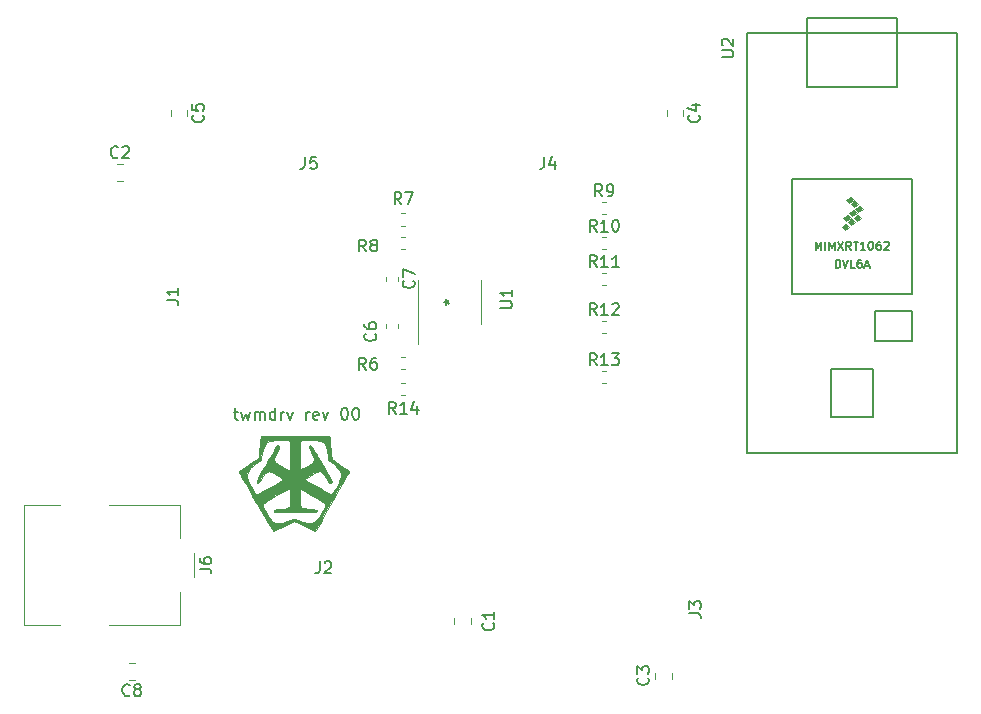
<source format=gto>
G04 #@! TF.GenerationSoftware,KiCad,Pcbnew,5.1.6-c6e7f7d~87~ubuntu19.10.1*
G04 #@! TF.CreationDate,2023-03-13T14:52:07-06:00*
G04 #@! TF.ProjectId,twm,74776d2e-6b69-4636-9164-5f7063625858,rev?*
G04 #@! TF.SameCoordinates,Original*
G04 #@! TF.FileFunction,Legend,Top*
G04 #@! TF.FilePolarity,Positive*
%FSLAX46Y46*%
G04 Gerber Fmt 4.6, Leading zero omitted, Abs format (unit mm)*
G04 Created by KiCad (PCBNEW 5.1.6-c6e7f7d~87~ubuntu19.10.1) date 2023-03-13 14:52:07*
%MOMM*%
%LPD*%
G01*
G04 APERTURE LIST*
%ADD10C,0.150000*%
%ADD11C,0.010000*%
%ADD12C,0.120000*%
%ADD13C,0.100000*%
%ADD14C,6.500000*%
%ADD15C,1.700000*%
%ADD16C,3.100000*%
%ADD17R,1.700000X1.700000*%
%ADD18O,0.549999X1.500000*%
%ADD19C,3.600000*%
%ADD20C,3.400000*%
%ADD21R,4.100000X4.100000*%
G04 APERTURE END LIST*
D10*
X111642857Y-87285714D02*
X112023809Y-87285714D01*
X111785714Y-86952380D02*
X111785714Y-87809523D01*
X111833333Y-87904761D01*
X111928571Y-87952380D01*
X112023809Y-87952380D01*
X112261904Y-87285714D02*
X112452380Y-87952380D01*
X112642857Y-87476190D01*
X112833333Y-87952380D01*
X113023809Y-87285714D01*
X113404761Y-87952380D02*
X113404761Y-87285714D01*
X113404761Y-87380952D02*
X113452380Y-87333333D01*
X113547619Y-87285714D01*
X113690476Y-87285714D01*
X113785714Y-87333333D01*
X113833333Y-87428571D01*
X113833333Y-87952380D01*
X113833333Y-87428571D02*
X113880952Y-87333333D01*
X113976190Y-87285714D01*
X114119047Y-87285714D01*
X114214285Y-87333333D01*
X114261904Y-87428571D01*
X114261904Y-87952380D01*
X115166666Y-87952380D02*
X115166666Y-86952380D01*
X115166666Y-87904761D02*
X115071428Y-87952380D01*
X114880952Y-87952380D01*
X114785714Y-87904761D01*
X114738095Y-87857142D01*
X114690476Y-87761904D01*
X114690476Y-87476190D01*
X114738095Y-87380952D01*
X114785714Y-87333333D01*
X114880952Y-87285714D01*
X115071428Y-87285714D01*
X115166666Y-87333333D01*
X115642857Y-87952380D02*
X115642857Y-87285714D01*
X115642857Y-87476190D02*
X115690476Y-87380952D01*
X115738095Y-87333333D01*
X115833333Y-87285714D01*
X115928571Y-87285714D01*
X116166666Y-87285714D02*
X116404761Y-87952380D01*
X116642857Y-87285714D01*
X117785714Y-87952380D02*
X117785714Y-87285714D01*
X117785714Y-87476190D02*
X117833333Y-87380952D01*
X117880952Y-87333333D01*
X117976190Y-87285714D01*
X118071428Y-87285714D01*
X118785714Y-87904761D02*
X118690476Y-87952380D01*
X118500000Y-87952380D01*
X118404761Y-87904761D01*
X118357142Y-87809523D01*
X118357142Y-87428571D01*
X118404761Y-87333333D01*
X118500000Y-87285714D01*
X118690476Y-87285714D01*
X118785714Y-87333333D01*
X118833333Y-87428571D01*
X118833333Y-87523809D01*
X118357142Y-87619047D01*
X119166666Y-87285714D02*
X119404761Y-87952380D01*
X119642857Y-87285714D01*
X120976190Y-86952380D02*
X121071428Y-86952380D01*
X121166666Y-87000000D01*
X121214285Y-87047619D01*
X121261904Y-87142857D01*
X121309523Y-87333333D01*
X121309523Y-87571428D01*
X121261904Y-87761904D01*
X121214285Y-87857142D01*
X121166666Y-87904761D01*
X121071428Y-87952380D01*
X120976190Y-87952380D01*
X120880952Y-87904761D01*
X120833333Y-87857142D01*
X120785714Y-87761904D01*
X120738095Y-87571428D01*
X120738095Y-87333333D01*
X120785714Y-87142857D01*
X120833333Y-87047619D01*
X120880952Y-87000000D01*
X120976190Y-86952380D01*
X121928571Y-86952380D02*
X122023809Y-86952380D01*
X122119047Y-87000000D01*
X122166666Y-87047619D01*
X122214285Y-87142857D01*
X122261904Y-87333333D01*
X122261904Y-87571428D01*
X122214285Y-87761904D01*
X122166666Y-87857142D01*
X122119047Y-87904761D01*
X122023809Y-87952380D01*
X121928571Y-87952380D01*
X121833333Y-87904761D01*
X121785714Y-87857142D01*
X121738095Y-87761904D01*
X121690476Y-87571428D01*
X121690476Y-87333333D01*
X121738095Y-87142857D01*
X121785714Y-87047619D01*
X121833333Y-87000000D01*
X121928571Y-86952380D01*
D11*
G36*
X119757409Y-89483624D02*
G01*
X119777880Y-89630573D01*
X119801741Y-89858902D01*
X119824332Y-90123245D01*
X119827546Y-90166250D01*
X119850656Y-90457038D01*
X119876440Y-90743075D01*
X119899552Y-90965294D01*
X119900834Y-90976122D01*
X119936985Y-91277995D01*
X120645367Y-91763914D01*
X120909883Y-91946035D01*
X121137506Y-92104024D01*
X121307224Y-92223204D01*
X121398027Y-92288896D01*
X121405653Y-92294995D01*
X121382263Y-92353904D01*
X121303149Y-92509568D01*
X121175837Y-92748613D01*
X121007852Y-93057664D01*
X120806720Y-93423347D01*
X120579966Y-93832286D01*
X120335116Y-94271109D01*
X120079695Y-94726439D01*
X119821228Y-95184902D01*
X119567241Y-95633124D01*
X119325259Y-96057731D01*
X119102808Y-96445347D01*
X118907412Y-96782598D01*
X118746598Y-97056110D01*
X118627891Y-97252507D01*
X118558816Y-97358417D01*
X118551268Y-97367969D01*
X118489159Y-97351368D01*
X118332800Y-97288361D01*
X118102360Y-97187650D01*
X117818011Y-97057937D01*
X117645272Y-96977068D01*
X116762067Y-96559947D01*
X115896994Y-96966723D01*
X115592198Y-97108627D01*
X115328222Y-97228848D01*
X115126247Y-97317948D01*
X115007453Y-97366490D01*
X114986085Y-97372612D01*
X114940104Y-97320199D01*
X114843549Y-97176270D01*
X114708427Y-96959819D01*
X114546745Y-96689841D01*
X114454213Y-96531237D01*
X113978758Y-95708655D01*
X113670876Y-95175326D01*
X114083000Y-95175326D01*
X114116697Y-95292353D01*
X114206054Y-95482829D01*
X114333464Y-95716464D01*
X114481322Y-95962970D01*
X114632024Y-96192057D01*
X114767965Y-96373436D01*
X114802508Y-96413221D01*
X115004857Y-96577044D01*
X115248646Y-96694638D01*
X115452599Y-96736014D01*
X115585663Y-96719758D01*
X115786159Y-96675350D01*
X115928849Y-96636245D01*
X116173585Y-96554344D01*
X116409621Y-96460591D01*
X116506850Y-96415267D01*
X116638901Y-96352421D01*
X116740465Y-96331015D01*
X116855905Y-96354097D01*
X117029580Y-96424718D01*
X117100683Y-96456077D01*
X117516115Y-96617519D01*
X117867176Y-96696794D01*
X118169974Y-96687320D01*
X118440616Y-96582513D01*
X118695209Y-96375791D01*
X118949860Y-96060572D01*
X119220677Y-95630273D01*
X119251249Y-95577198D01*
X119345766Y-95382348D01*
X119399889Y-95211754D01*
X119405223Y-95138737D01*
X119363849Y-95067348D01*
X119250498Y-94966715D01*
X119054953Y-94829690D01*
X118766998Y-94649121D01*
X118376419Y-94417860D01*
X118369250Y-94413691D01*
X118045231Y-94226614D01*
X117758725Y-94063634D01*
X117527833Y-93934850D01*
X117370660Y-93850363D01*
X117305625Y-93820277D01*
X117286764Y-93878415D01*
X117271435Y-94038434D01*
X117261301Y-94275225D01*
X117258000Y-94537908D01*
X117261187Y-94893577D01*
X117282321Y-95142970D01*
X117338760Y-95306808D01*
X117447860Y-95405814D01*
X117626980Y-95460710D01*
X117893476Y-95492217D01*
X118068884Y-95505976D01*
X118346774Y-95529860D01*
X118520966Y-95554839D01*
X118614652Y-95587327D01*
X118651023Y-95633741D01*
X118655000Y-95668110D01*
X118649259Y-95702422D01*
X118622920Y-95729351D01*
X118562306Y-95749789D01*
X118453744Y-95764627D01*
X118283556Y-95774755D01*
X118038068Y-95781065D01*
X117703604Y-95784447D01*
X117266488Y-95785792D01*
X116845250Y-95786000D01*
X116318499Y-95785622D01*
X115905074Y-95783899D01*
X115591301Y-95779939D01*
X115363508Y-95772856D01*
X115208020Y-95761759D01*
X115111164Y-95745761D01*
X115059267Y-95723972D01*
X115038655Y-95695504D01*
X115035500Y-95668367D01*
X115050844Y-95609705D01*
X115112817Y-95569671D01*
X115245328Y-95541272D01*
X115472287Y-95517514D01*
X115580933Y-95508810D01*
X115898139Y-95481014D01*
X116126129Y-95441299D01*
X116278960Y-95370661D01*
X116370690Y-95250095D01*
X116415377Y-95060598D01*
X116427077Y-94783164D01*
X116419850Y-94398789D01*
X116419220Y-94375542D01*
X116400750Y-93695334D01*
X115241875Y-94365198D01*
X114844249Y-94597184D01*
X114545470Y-94777351D01*
X114332831Y-94914582D01*
X114193624Y-95017761D01*
X114115144Y-95095771D01*
X114084681Y-95157494D01*
X114083000Y-95175326D01*
X113670876Y-95175326D01*
X113564135Y-94990425D01*
X113207266Y-94371147D01*
X112905075Y-93845422D01*
X112654486Y-93407853D01*
X112452424Y-93053039D01*
X112295811Y-92775584D01*
X112235227Y-92666602D01*
X112779911Y-92666602D01*
X112790020Y-92810277D01*
X112853465Y-93036436D01*
X112959022Y-93298937D01*
X113092171Y-93572216D01*
X113238394Y-93830708D01*
X113383170Y-94048849D01*
X113511981Y-94201075D01*
X113610305Y-94261821D01*
X113614545Y-94262000D01*
X113700452Y-94231369D01*
X113876927Y-94146063D01*
X114125169Y-94015958D01*
X114426377Y-93850930D01*
X114761747Y-93660856D01*
X114790694Y-93644168D01*
X115120600Y-93452081D01*
X115409133Y-93280928D01*
X115639551Y-93140902D01*
X115795114Y-93042195D01*
X115859081Y-92994998D01*
X115859807Y-92993293D01*
X115806625Y-92943037D01*
X115667360Y-92851716D01*
X115469769Y-92734568D01*
X115241609Y-92606831D01*
X115010636Y-92483740D01*
X114804607Y-92380532D01*
X114651278Y-92312445D01*
X114585007Y-92293500D01*
X114456071Y-92337495D01*
X114305131Y-92475615D01*
X114123615Y-92717063D01*
X113978703Y-92944375D01*
X113850542Y-93148745D01*
X113763606Y-93260635D01*
X113695610Y-93297542D01*
X113624271Y-93276964D01*
X113585009Y-93253529D01*
X113569078Y-93208721D01*
X113595029Y-93110835D01*
X113668518Y-92948159D01*
X113795202Y-92708981D01*
X113980737Y-92381587D01*
X114128853Y-92127377D01*
X114346412Y-91754901D01*
X114562487Y-91381940D01*
X114760790Y-91036826D01*
X114925033Y-90747890D01*
X115028104Y-90563237D01*
X115160931Y-90328056D01*
X115253367Y-90188081D01*
X115322183Y-90125110D01*
X115384147Y-90120939D01*
X115420888Y-90136848D01*
X115476758Y-90175137D01*
X115494849Y-90228878D01*
X115469111Y-90323177D01*
X115393492Y-90483138D01*
X115289502Y-90681884D01*
X115138037Y-90989982D01*
X115058592Y-91215680D01*
X115047875Y-91378840D01*
X115102596Y-91499323D01*
X115146624Y-91543992D01*
X115238025Y-91608748D01*
X115403292Y-91714127D01*
X115615001Y-91843863D01*
X115845726Y-91981691D01*
X116068040Y-92111346D01*
X116254518Y-92216563D01*
X116377734Y-92281076D01*
X116410420Y-92293500D01*
X116418443Y-92233177D01*
X116423712Y-92064867D01*
X116426078Y-91807556D01*
X116425393Y-91480228D01*
X116421509Y-91101870D01*
X116420326Y-91021083D01*
X116419326Y-90967775D01*
X117258000Y-90967775D01*
X117260014Y-91342197D01*
X117265621Y-91668832D01*
X117274167Y-91928113D01*
X117284997Y-92100475D01*
X117297457Y-92166352D01*
X117298089Y-92166500D01*
X117366704Y-92136822D01*
X117519936Y-92056756D01*
X117732609Y-91939749D01*
X117901339Y-91844227D01*
X118182483Y-91676245D01*
X118362997Y-91536316D01*
X118450113Y-91397290D01*
X118451064Y-91232016D01*
X118373084Y-91013343D01*
X118223406Y-90714119D01*
X118209470Y-90687631D01*
X118088169Y-90453089D01*
X118021657Y-90305089D01*
X118003806Y-90218736D01*
X118028484Y-90169138D01*
X118074471Y-90139332D01*
X118124285Y-90125712D01*
X118178834Y-90148787D01*
X118248608Y-90222661D01*
X118344097Y-90361440D01*
X118475794Y-90579229D01*
X118654187Y-90890135D01*
X118721764Y-91009671D01*
X118934043Y-91383310D01*
X119160375Y-91777260D01*
X119378416Y-92152907D01*
X119565825Y-92471636D01*
X119626951Y-92574115D01*
X119787767Y-92844962D01*
X119889571Y-93028626D01*
X119939962Y-93146056D01*
X119946538Y-93218198D01*
X119916896Y-93266000D01*
X119886746Y-93290357D01*
X119805521Y-93333281D01*
X119740762Y-93302901D01*
X119660366Y-93180201D01*
X119640434Y-93144447D01*
X119491233Y-92899022D01*
X119323512Y-92661442D01*
X119162448Y-92464605D01*
X119033217Y-92341405D01*
X119018051Y-92331258D01*
X118909735Y-92317948D01*
X118729016Y-92371868D01*
X118468448Y-92496378D01*
X118120587Y-92694835D01*
X117867971Y-92850114D01*
X117620692Y-93005149D01*
X118121971Y-93292773D01*
X118411900Y-93460213D01*
X118752303Y-93658423D01*
X119084525Y-93853206D01*
X119194750Y-93918223D01*
X119442541Y-94059404D01*
X119657590Y-94172241D01*
X119811951Y-94242605D01*
X119868936Y-94259024D01*
X119963505Y-94211579D01*
X120082251Y-94088428D01*
X120131300Y-94020711D01*
X120352037Y-93651315D01*
X120538396Y-93270918D01*
X120668145Y-92926201D01*
X120690083Y-92847309D01*
X120728728Y-92641733D01*
X120714063Y-92484051D01*
X120652846Y-92329153D01*
X120558465Y-92184129D01*
X120406777Y-92005512D01*
X120224606Y-91818990D01*
X120038777Y-91650252D01*
X119876114Y-91524985D01*
X119763443Y-91468875D01*
X119753574Y-91468000D01*
X119674535Y-91438455D01*
X119666678Y-91420375D01*
X119660883Y-91336237D01*
X119650111Y-91164730D01*
X119638532Y-90973578D01*
X119576413Y-90559313D01*
X119449009Y-90207573D01*
X119266190Y-89938680D01*
X119060594Y-89783415D01*
X118884285Y-89726208D01*
X118633007Y-89680173D01*
X118338758Y-89647046D01*
X118033535Y-89628564D01*
X117749336Y-89626464D01*
X117518159Y-89642481D01*
X117372002Y-89678352D01*
X117352381Y-89690720D01*
X117318351Y-89739722D01*
X117293278Y-89833200D01*
X117275934Y-89987763D01*
X117265091Y-90220017D01*
X117259522Y-90546569D01*
X117258000Y-90967775D01*
X116419326Y-90967775D01*
X116411929Y-90573871D01*
X116401465Y-90237836D01*
X116387575Y-89997155D01*
X116368901Y-89836007D01*
X116344083Y-89738571D01*
X116311763Y-89689023D01*
X116305500Y-89684276D01*
X116184001Y-89650351D01*
X115969704Y-89634196D01*
X115695298Y-89634027D01*
X115393471Y-89648062D01*
X115096910Y-89674518D01*
X114838304Y-89711613D01*
X114650341Y-89757563D01*
X114604066Y-89777064D01*
X114410463Y-89917140D01*
X114257827Y-90121419D01*
X114138879Y-90406308D01*
X114046338Y-90788210D01*
X113987494Y-91166375D01*
X113953860Y-91352826D01*
X113905054Y-91443080D01*
X113823583Y-91467915D01*
X113816080Y-91468000D01*
X113704108Y-91507630D01*
X113534891Y-91611797D01*
X113344055Y-91758416D01*
X113334490Y-91766546D01*
X113038115Y-92069160D01*
X112851326Y-92372877D01*
X112779911Y-92666602D01*
X112235227Y-92666602D01*
X112181572Y-92570087D01*
X112106632Y-92431151D01*
X112067913Y-92353376D01*
X112061150Y-92331347D01*
X112117935Y-92291469D01*
X112260866Y-92191588D01*
X112471892Y-92044307D01*
X112732959Y-91862226D01*
X112915711Y-91734824D01*
X113748673Y-91154236D01*
X113787205Y-90787243D01*
X113810811Y-90543454D01*
X113838109Y-90233309D01*
X113863826Y-89917134D01*
X113867851Y-89864624D01*
X113909964Y-89308999D01*
X119724409Y-89308999D01*
X119757409Y-89483624D01*
G37*
X119757409Y-89483624D02*
X119777880Y-89630573D01*
X119801741Y-89858902D01*
X119824332Y-90123245D01*
X119827546Y-90166250D01*
X119850656Y-90457038D01*
X119876440Y-90743075D01*
X119899552Y-90965294D01*
X119900834Y-90976122D01*
X119936985Y-91277995D01*
X120645367Y-91763914D01*
X120909883Y-91946035D01*
X121137506Y-92104024D01*
X121307224Y-92223204D01*
X121398027Y-92288896D01*
X121405653Y-92294995D01*
X121382263Y-92353904D01*
X121303149Y-92509568D01*
X121175837Y-92748613D01*
X121007852Y-93057664D01*
X120806720Y-93423347D01*
X120579966Y-93832286D01*
X120335116Y-94271109D01*
X120079695Y-94726439D01*
X119821228Y-95184902D01*
X119567241Y-95633124D01*
X119325259Y-96057731D01*
X119102808Y-96445347D01*
X118907412Y-96782598D01*
X118746598Y-97056110D01*
X118627891Y-97252507D01*
X118558816Y-97358417D01*
X118551268Y-97367969D01*
X118489159Y-97351368D01*
X118332800Y-97288361D01*
X118102360Y-97187650D01*
X117818011Y-97057937D01*
X117645272Y-96977068D01*
X116762067Y-96559947D01*
X115896994Y-96966723D01*
X115592198Y-97108627D01*
X115328222Y-97228848D01*
X115126247Y-97317948D01*
X115007453Y-97366490D01*
X114986085Y-97372612D01*
X114940104Y-97320199D01*
X114843549Y-97176270D01*
X114708427Y-96959819D01*
X114546745Y-96689841D01*
X114454213Y-96531237D01*
X113978758Y-95708655D01*
X113670876Y-95175326D01*
X114083000Y-95175326D01*
X114116697Y-95292353D01*
X114206054Y-95482829D01*
X114333464Y-95716464D01*
X114481322Y-95962970D01*
X114632024Y-96192057D01*
X114767965Y-96373436D01*
X114802508Y-96413221D01*
X115004857Y-96577044D01*
X115248646Y-96694638D01*
X115452599Y-96736014D01*
X115585663Y-96719758D01*
X115786159Y-96675350D01*
X115928849Y-96636245D01*
X116173585Y-96554344D01*
X116409621Y-96460591D01*
X116506850Y-96415267D01*
X116638901Y-96352421D01*
X116740465Y-96331015D01*
X116855905Y-96354097D01*
X117029580Y-96424718D01*
X117100683Y-96456077D01*
X117516115Y-96617519D01*
X117867176Y-96696794D01*
X118169974Y-96687320D01*
X118440616Y-96582513D01*
X118695209Y-96375791D01*
X118949860Y-96060572D01*
X119220677Y-95630273D01*
X119251249Y-95577198D01*
X119345766Y-95382348D01*
X119399889Y-95211754D01*
X119405223Y-95138737D01*
X119363849Y-95067348D01*
X119250498Y-94966715D01*
X119054953Y-94829690D01*
X118766998Y-94649121D01*
X118376419Y-94417860D01*
X118369250Y-94413691D01*
X118045231Y-94226614D01*
X117758725Y-94063634D01*
X117527833Y-93934850D01*
X117370660Y-93850363D01*
X117305625Y-93820277D01*
X117286764Y-93878415D01*
X117271435Y-94038434D01*
X117261301Y-94275225D01*
X117258000Y-94537908D01*
X117261187Y-94893577D01*
X117282321Y-95142970D01*
X117338760Y-95306808D01*
X117447860Y-95405814D01*
X117626980Y-95460710D01*
X117893476Y-95492217D01*
X118068884Y-95505976D01*
X118346774Y-95529860D01*
X118520966Y-95554839D01*
X118614652Y-95587327D01*
X118651023Y-95633741D01*
X118655000Y-95668110D01*
X118649259Y-95702422D01*
X118622920Y-95729351D01*
X118562306Y-95749789D01*
X118453744Y-95764627D01*
X118283556Y-95774755D01*
X118038068Y-95781065D01*
X117703604Y-95784447D01*
X117266488Y-95785792D01*
X116845250Y-95786000D01*
X116318499Y-95785622D01*
X115905074Y-95783899D01*
X115591301Y-95779939D01*
X115363508Y-95772856D01*
X115208020Y-95761759D01*
X115111164Y-95745761D01*
X115059267Y-95723972D01*
X115038655Y-95695504D01*
X115035500Y-95668367D01*
X115050844Y-95609705D01*
X115112817Y-95569671D01*
X115245328Y-95541272D01*
X115472287Y-95517514D01*
X115580933Y-95508810D01*
X115898139Y-95481014D01*
X116126129Y-95441299D01*
X116278960Y-95370661D01*
X116370690Y-95250095D01*
X116415377Y-95060598D01*
X116427077Y-94783164D01*
X116419850Y-94398789D01*
X116419220Y-94375542D01*
X116400750Y-93695334D01*
X115241875Y-94365198D01*
X114844249Y-94597184D01*
X114545470Y-94777351D01*
X114332831Y-94914582D01*
X114193624Y-95017761D01*
X114115144Y-95095771D01*
X114084681Y-95157494D01*
X114083000Y-95175326D01*
X113670876Y-95175326D01*
X113564135Y-94990425D01*
X113207266Y-94371147D01*
X112905075Y-93845422D01*
X112654486Y-93407853D01*
X112452424Y-93053039D01*
X112295811Y-92775584D01*
X112235227Y-92666602D01*
X112779911Y-92666602D01*
X112790020Y-92810277D01*
X112853465Y-93036436D01*
X112959022Y-93298937D01*
X113092171Y-93572216D01*
X113238394Y-93830708D01*
X113383170Y-94048849D01*
X113511981Y-94201075D01*
X113610305Y-94261821D01*
X113614545Y-94262000D01*
X113700452Y-94231369D01*
X113876927Y-94146063D01*
X114125169Y-94015958D01*
X114426377Y-93850930D01*
X114761747Y-93660856D01*
X114790694Y-93644168D01*
X115120600Y-93452081D01*
X115409133Y-93280928D01*
X115639551Y-93140902D01*
X115795114Y-93042195D01*
X115859081Y-92994998D01*
X115859807Y-92993293D01*
X115806625Y-92943037D01*
X115667360Y-92851716D01*
X115469769Y-92734568D01*
X115241609Y-92606831D01*
X115010636Y-92483740D01*
X114804607Y-92380532D01*
X114651278Y-92312445D01*
X114585007Y-92293500D01*
X114456071Y-92337495D01*
X114305131Y-92475615D01*
X114123615Y-92717063D01*
X113978703Y-92944375D01*
X113850542Y-93148745D01*
X113763606Y-93260635D01*
X113695610Y-93297542D01*
X113624271Y-93276964D01*
X113585009Y-93253529D01*
X113569078Y-93208721D01*
X113595029Y-93110835D01*
X113668518Y-92948159D01*
X113795202Y-92708981D01*
X113980737Y-92381587D01*
X114128853Y-92127377D01*
X114346412Y-91754901D01*
X114562487Y-91381940D01*
X114760790Y-91036826D01*
X114925033Y-90747890D01*
X115028104Y-90563237D01*
X115160931Y-90328056D01*
X115253367Y-90188081D01*
X115322183Y-90125110D01*
X115384147Y-90120939D01*
X115420888Y-90136848D01*
X115476758Y-90175137D01*
X115494849Y-90228878D01*
X115469111Y-90323177D01*
X115393492Y-90483138D01*
X115289502Y-90681884D01*
X115138037Y-90989982D01*
X115058592Y-91215680D01*
X115047875Y-91378840D01*
X115102596Y-91499323D01*
X115146624Y-91543992D01*
X115238025Y-91608748D01*
X115403292Y-91714127D01*
X115615001Y-91843863D01*
X115845726Y-91981691D01*
X116068040Y-92111346D01*
X116254518Y-92216563D01*
X116377734Y-92281076D01*
X116410420Y-92293500D01*
X116418443Y-92233177D01*
X116423712Y-92064867D01*
X116426078Y-91807556D01*
X116425393Y-91480228D01*
X116421509Y-91101870D01*
X116420326Y-91021083D01*
X116419326Y-90967775D01*
X117258000Y-90967775D01*
X117260014Y-91342197D01*
X117265621Y-91668832D01*
X117274167Y-91928113D01*
X117284997Y-92100475D01*
X117297457Y-92166352D01*
X117298089Y-92166500D01*
X117366704Y-92136822D01*
X117519936Y-92056756D01*
X117732609Y-91939749D01*
X117901339Y-91844227D01*
X118182483Y-91676245D01*
X118362997Y-91536316D01*
X118450113Y-91397290D01*
X118451064Y-91232016D01*
X118373084Y-91013343D01*
X118223406Y-90714119D01*
X118209470Y-90687631D01*
X118088169Y-90453089D01*
X118021657Y-90305089D01*
X118003806Y-90218736D01*
X118028484Y-90169138D01*
X118074471Y-90139332D01*
X118124285Y-90125712D01*
X118178834Y-90148787D01*
X118248608Y-90222661D01*
X118344097Y-90361440D01*
X118475794Y-90579229D01*
X118654187Y-90890135D01*
X118721764Y-91009671D01*
X118934043Y-91383310D01*
X119160375Y-91777260D01*
X119378416Y-92152907D01*
X119565825Y-92471636D01*
X119626951Y-92574115D01*
X119787767Y-92844962D01*
X119889571Y-93028626D01*
X119939962Y-93146056D01*
X119946538Y-93218198D01*
X119916896Y-93266000D01*
X119886746Y-93290357D01*
X119805521Y-93333281D01*
X119740762Y-93302901D01*
X119660366Y-93180201D01*
X119640434Y-93144447D01*
X119491233Y-92899022D01*
X119323512Y-92661442D01*
X119162448Y-92464605D01*
X119033217Y-92341405D01*
X119018051Y-92331258D01*
X118909735Y-92317948D01*
X118729016Y-92371868D01*
X118468448Y-92496378D01*
X118120587Y-92694835D01*
X117867971Y-92850114D01*
X117620692Y-93005149D01*
X118121971Y-93292773D01*
X118411900Y-93460213D01*
X118752303Y-93658423D01*
X119084525Y-93853206D01*
X119194750Y-93918223D01*
X119442541Y-94059404D01*
X119657590Y-94172241D01*
X119811951Y-94242605D01*
X119868936Y-94259024D01*
X119963505Y-94211579D01*
X120082251Y-94088428D01*
X120131300Y-94020711D01*
X120352037Y-93651315D01*
X120538396Y-93270918D01*
X120668145Y-92926201D01*
X120690083Y-92847309D01*
X120728728Y-92641733D01*
X120714063Y-92484051D01*
X120652846Y-92329153D01*
X120558465Y-92184129D01*
X120406777Y-92005512D01*
X120224606Y-91818990D01*
X120038777Y-91650252D01*
X119876114Y-91524985D01*
X119763443Y-91468875D01*
X119753574Y-91468000D01*
X119674535Y-91438455D01*
X119666678Y-91420375D01*
X119660883Y-91336237D01*
X119650111Y-91164730D01*
X119638532Y-90973578D01*
X119576413Y-90559313D01*
X119449009Y-90207573D01*
X119266190Y-89938680D01*
X119060594Y-89783415D01*
X118884285Y-89726208D01*
X118633007Y-89680173D01*
X118338758Y-89647046D01*
X118033535Y-89628564D01*
X117749336Y-89626464D01*
X117518159Y-89642481D01*
X117372002Y-89678352D01*
X117352381Y-89690720D01*
X117318351Y-89739722D01*
X117293278Y-89833200D01*
X117275934Y-89987763D01*
X117265091Y-90220017D01*
X117259522Y-90546569D01*
X117258000Y-90967775D01*
X116419326Y-90967775D01*
X116411929Y-90573871D01*
X116401465Y-90237836D01*
X116387575Y-89997155D01*
X116368901Y-89836007D01*
X116344083Y-89738571D01*
X116311763Y-89689023D01*
X116305500Y-89684276D01*
X116184001Y-89650351D01*
X115969704Y-89634196D01*
X115695298Y-89634027D01*
X115393471Y-89648062D01*
X115096910Y-89674518D01*
X114838304Y-89711613D01*
X114650341Y-89757563D01*
X114604066Y-89777064D01*
X114410463Y-89917140D01*
X114257827Y-90121419D01*
X114138879Y-90406308D01*
X114046338Y-90788210D01*
X113987494Y-91166375D01*
X113953860Y-91352826D01*
X113905054Y-91443080D01*
X113823583Y-91467915D01*
X113816080Y-91468000D01*
X113704108Y-91507630D01*
X113534891Y-91611797D01*
X113344055Y-91758416D01*
X113334490Y-91766546D01*
X113038115Y-92069160D01*
X112851326Y-92372877D01*
X112779911Y-92666602D01*
X112235227Y-92666602D01*
X112181572Y-92570087D01*
X112106632Y-92431151D01*
X112067913Y-92353376D01*
X112061150Y-92331347D01*
X112117935Y-92291469D01*
X112260866Y-92191588D01*
X112471892Y-92044307D01*
X112732959Y-91862226D01*
X112915711Y-91734824D01*
X113748673Y-91154236D01*
X113787205Y-90787243D01*
X113810811Y-90543454D01*
X113838109Y-90233309D01*
X113863826Y-89917134D01*
X113867851Y-89864624D01*
X113909964Y-89308999D01*
X119724409Y-89308999D01*
X119757409Y-89483624D01*
D12*
X103261252Y-109960000D02*
X102738748Y-109960000D01*
X103261252Y-108540000D02*
X102738748Y-108540000D01*
X107710000Y-61738748D02*
X107710000Y-62261252D01*
X106290000Y-61738748D02*
X106290000Y-62261252D01*
X149710000Y-61738748D02*
X149710000Y-62261252D01*
X148290000Y-61738748D02*
X148290000Y-62261252D01*
X147290000Y-109876252D02*
X147290000Y-109353748D01*
X148710000Y-109876252D02*
X148710000Y-109353748D01*
X101738748Y-66290000D02*
X102261252Y-66290000D01*
X101738748Y-67710000D02*
X102261252Y-67710000D01*
X130290000Y-105261252D02*
X130290000Y-104738748D01*
X131710000Y-105261252D02*
X131710000Y-104738748D01*
D13*
G36*
X163873000Y-69063000D02*
G01*
X164127000Y-69317000D01*
X163746000Y-69571000D01*
X163492000Y-69317000D01*
X163873000Y-69063000D01*
G37*
X163873000Y-69063000D02*
X164127000Y-69317000D01*
X163746000Y-69571000D01*
X163492000Y-69317000D01*
X163873000Y-69063000D01*
G36*
X164254000Y-69444000D02*
G01*
X164508000Y-69698000D01*
X164127000Y-69952000D01*
X163873000Y-69698000D01*
X164254000Y-69444000D01*
G37*
X164254000Y-69444000D02*
X164508000Y-69698000D01*
X164127000Y-69952000D01*
X163873000Y-69698000D01*
X164254000Y-69444000D01*
G36*
X163492000Y-71349000D02*
G01*
X163746000Y-71603000D01*
X163365000Y-71857000D01*
X163111000Y-71603000D01*
X163492000Y-71349000D01*
G37*
X163492000Y-71349000D02*
X163746000Y-71603000D01*
X163365000Y-71857000D01*
X163111000Y-71603000D01*
X163492000Y-71349000D01*
G36*
X164000000Y-70968000D02*
G01*
X164254000Y-71222000D01*
X163873000Y-71476000D01*
X163619000Y-71222000D01*
X164000000Y-70968000D01*
G37*
X164000000Y-70968000D02*
X164254000Y-71222000D01*
X163873000Y-71476000D01*
X163619000Y-71222000D01*
X164000000Y-70968000D01*
G36*
X164508000Y-70587000D02*
G01*
X164762000Y-70841000D01*
X164381000Y-71095000D01*
X164127000Y-70841000D01*
X164508000Y-70587000D01*
G37*
X164508000Y-70587000D02*
X164762000Y-70841000D01*
X164381000Y-71095000D01*
X164127000Y-70841000D01*
X164508000Y-70587000D01*
G36*
X163619000Y-70587000D02*
G01*
X163873000Y-70841000D01*
X163492000Y-71095000D01*
X163238000Y-70841000D01*
X163619000Y-70587000D01*
G37*
X163619000Y-70587000D02*
X163873000Y-70841000D01*
X163492000Y-71095000D01*
X163238000Y-70841000D01*
X163619000Y-70587000D01*
G36*
X164127000Y-70206000D02*
G01*
X164381000Y-70460000D01*
X164000000Y-70714000D01*
X163746000Y-70460000D01*
X164127000Y-70206000D01*
G37*
X164127000Y-70206000D02*
X164381000Y-70460000D01*
X164000000Y-70714000D01*
X163746000Y-70460000D01*
X164127000Y-70206000D01*
G36*
X164635000Y-69825000D02*
G01*
X164889000Y-70079000D01*
X164508000Y-70333000D01*
X164254000Y-70079000D01*
X164635000Y-69825000D01*
G37*
X164635000Y-69825000D02*
X164889000Y-70079000D01*
X164508000Y-70333000D01*
X164254000Y-70079000D01*
X164635000Y-69825000D01*
D10*
X165905000Y-78715000D02*
X169080000Y-78715000D01*
X165905000Y-81255000D02*
X165905000Y-78715000D01*
X169080000Y-81255000D02*
X165905000Y-81255000D01*
X169080000Y-78715000D02*
X169080000Y-81255000D01*
X155110000Y-55220000D02*
X172890000Y-55220000D01*
X155110000Y-90780000D02*
X155110000Y-55220000D01*
X172890000Y-90780000D02*
X155110000Y-90780000D01*
X172890000Y-55220000D02*
X172890000Y-90780000D01*
X158920000Y-77318000D02*
X158920000Y-67539000D01*
X169080000Y-77318000D02*
X169080000Y-67539000D01*
X169080000Y-67539000D02*
X158920000Y-67539000D01*
X158920000Y-77318000D02*
X169080000Y-77318000D01*
X165778000Y-83668000D02*
X165778000Y-87732000D01*
X162222000Y-83668000D02*
X165778000Y-83668000D01*
X162222000Y-87732000D02*
X162222000Y-83668000D01*
X165778000Y-87732000D02*
X162222000Y-87732000D01*
X160190000Y-59792000D02*
X160190000Y-55220000D01*
X167810000Y-59792000D02*
X167810000Y-55220000D01*
X160190000Y-59792000D02*
X167810000Y-59792000D01*
X167810000Y-53950000D02*
X167810000Y-55220000D01*
X160190000Y-53950000D02*
X167810000Y-53950000D01*
X160190000Y-55220000D02*
X160190000Y-53950000D01*
D12*
X127250000Y-81500001D02*
X127250000Y-76150001D01*
X132549997Y-79849999D02*
X132549997Y-76150001D01*
X126171267Y-85885000D02*
X125828733Y-85885000D01*
X126171267Y-84865000D02*
X125828733Y-84865000D01*
X142828733Y-83810000D02*
X143171267Y-83810000D01*
X142828733Y-84830000D02*
X143171267Y-84830000D01*
X142828733Y-79560000D02*
X143171267Y-79560000D01*
X142828733Y-80580000D02*
X143171267Y-80580000D01*
X142828733Y-75490000D02*
X143171267Y-75490000D01*
X142828733Y-76510000D02*
X143171267Y-76510000D01*
X142828733Y-72490000D02*
X143171267Y-72490000D01*
X142828733Y-73510000D02*
X143171267Y-73510000D01*
X142828733Y-69490000D02*
X143171267Y-69490000D01*
X142828733Y-70510000D02*
X143171267Y-70510000D01*
X126171267Y-73510000D02*
X125828733Y-73510000D01*
X126171267Y-72490000D02*
X125828733Y-72490000D01*
X126171267Y-71510000D02*
X125828733Y-71510000D01*
X126171267Y-70490000D02*
X125828733Y-70490000D01*
X126171267Y-83635000D02*
X125828733Y-83635000D01*
X126171267Y-82615000D02*
X125828733Y-82615000D01*
X101050000Y-95140000D02*
X107110000Y-95140000D01*
X107110000Y-95140000D02*
X107110000Y-97950000D01*
X107110000Y-102550000D02*
X107110000Y-105360000D01*
X107110000Y-105360000D02*
X101050000Y-105360000D01*
X96950000Y-105360000D02*
X93890000Y-105360000D01*
X93890000Y-105360000D02*
X93890000Y-95140000D01*
X93890000Y-95140000D02*
X96950000Y-95140000D01*
X108300000Y-99250000D02*
X108300000Y-101250000D01*
X125510000Y-75828733D02*
X125510000Y-76171267D01*
X124490000Y-75828733D02*
X124490000Y-76171267D01*
X124490000Y-80171267D02*
X124490000Y-79828733D01*
X125510000Y-80171267D02*
X125510000Y-79828733D01*
D10*
X102833333Y-111257142D02*
X102785714Y-111304761D01*
X102642857Y-111352380D01*
X102547619Y-111352380D01*
X102404761Y-111304761D01*
X102309523Y-111209523D01*
X102261904Y-111114285D01*
X102214285Y-110923809D01*
X102214285Y-110780952D01*
X102261904Y-110590476D01*
X102309523Y-110495238D01*
X102404761Y-110400000D01*
X102547619Y-110352380D01*
X102642857Y-110352380D01*
X102785714Y-110400000D01*
X102833333Y-110447619D01*
X103404761Y-110780952D02*
X103309523Y-110733333D01*
X103261904Y-110685714D01*
X103214285Y-110590476D01*
X103214285Y-110542857D01*
X103261904Y-110447619D01*
X103309523Y-110400000D01*
X103404761Y-110352380D01*
X103595238Y-110352380D01*
X103690476Y-110400000D01*
X103738095Y-110447619D01*
X103785714Y-110542857D01*
X103785714Y-110590476D01*
X103738095Y-110685714D01*
X103690476Y-110733333D01*
X103595238Y-110780952D01*
X103404761Y-110780952D01*
X103309523Y-110828571D01*
X103261904Y-110876190D01*
X103214285Y-110971428D01*
X103214285Y-111161904D01*
X103261904Y-111257142D01*
X103309523Y-111304761D01*
X103404761Y-111352380D01*
X103595238Y-111352380D01*
X103690476Y-111304761D01*
X103738095Y-111257142D01*
X103785714Y-111161904D01*
X103785714Y-110971428D01*
X103738095Y-110876190D01*
X103690476Y-110828571D01*
X103595238Y-110780952D01*
X109007142Y-62166666D02*
X109054761Y-62214285D01*
X109102380Y-62357142D01*
X109102380Y-62452380D01*
X109054761Y-62595238D01*
X108959523Y-62690476D01*
X108864285Y-62738095D01*
X108673809Y-62785714D01*
X108530952Y-62785714D01*
X108340476Y-62738095D01*
X108245238Y-62690476D01*
X108150000Y-62595238D01*
X108102380Y-62452380D01*
X108102380Y-62357142D01*
X108150000Y-62214285D01*
X108197619Y-62166666D01*
X108102380Y-61261904D02*
X108102380Y-61738095D01*
X108578571Y-61785714D01*
X108530952Y-61738095D01*
X108483333Y-61642857D01*
X108483333Y-61404761D01*
X108530952Y-61309523D01*
X108578571Y-61261904D01*
X108673809Y-61214285D01*
X108911904Y-61214285D01*
X109007142Y-61261904D01*
X109054761Y-61309523D01*
X109102380Y-61404761D01*
X109102380Y-61642857D01*
X109054761Y-61738095D01*
X109007142Y-61785714D01*
X151007142Y-62166666D02*
X151054761Y-62214285D01*
X151102380Y-62357142D01*
X151102380Y-62452380D01*
X151054761Y-62595238D01*
X150959523Y-62690476D01*
X150864285Y-62738095D01*
X150673809Y-62785714D01*
X150530952Y-62785714D01*
X150340476Y-62738095D01*
X150245238Y-62690476D01*
X150150000Y-62595238D01*
X150102380Y-62452380D01*
X150102380Y-62357142D01*
X150150000Y-62214285D01*
X150197619Y-62166666D01*
X150435714Y-61309523D02*
X151102380Y-61309523D01*
X150054761Y-61547619D02*
X150769047Y-61785714D01*
X150769047Y-61166666D01*
X146707142Y-109781666D02*
X146754761Y-109829285D01*
X146802380Y-109972142D01*
X146802380Y-110067380D01*
X146754761Y-110210238D01*
X146659523Y-110305476D01*
X146564285Y-110353095D01*
X146373809Y-110400714D01*
X146230952Y-110400714D01*
X146040476Y-110353095D01*
X145945238Y-110305476D01*
X145850000Y-110210238D01*
X145802380Y-110067380D01*
X145802380Y-109972142D01*
X145850000Y-109829285D01*
X145897619Y-109781666D01*
X145802380Y-109448333D02*
X145802380Y-108829285D01*
X146183333Y-109162619D01*
X146183333Y-109019761D01*
X146230952Y-108924523D01*
X146278571Y-108876904D01*
X146373809Y-108829285D01*
X146611904Y-108829285D01*
X146707142Y-108876904D01*
X146754761Y-108924523D01*
X146802380Y-109019761D01*
X146802380Y-109305476D01*
X146754761Y-109400714D01*
X146707142Y-109448333D01*
X101833333Y-65707142D02*
X101785714Y-65754761D01*
X101642857Y-65802380D01*
X101547619Y-65802380D01*
X101404761Y-65754761D01*
X101309523Y-65659523D01*
X101261904Y-65564285D01*
X101214285Y-65373809D01*
X101214285Y-65230952D01*
X101261904Y-65040476D01*
X101309523Y-64945238D01*
X101404761Y-64850000D01*
X101547619Y-64802380D01*
X101642857Y-64802380D01*
X101785714Y-64850000D01*
X101833333Y-64897619D01*
X102214285Y-64897619D02*
X102261904Y-64850000D01*
X102357142Y-64802380D01*
X102595238Y-64802380D01*
X102690476Y-64850000D01*
X102738095Y-64897619D01*
X102785714Y-64992857D01*
X102785714Y-65088095D01*
X102738095Y-65230952D01*
X102166666Y-65802380D01*
X102785714Y-65802380D01*
X133607142Y-105166666D02*
X133654761Y-105214285D01*
X133702380Y-105357142D01*
X133702380Y-105452380D01*
X133654761Y-105595238D01*
X133559523Y-105690476D01*
X133464285Y-105738095D01*
X133273809Y-105785714D01*
X133130952Y-105785714D01*
X132940476Y-105738095D01*
X132845238Y-105690476D01*
X132750000Y-105595238D01*
X132702380Y-105452380D01*
X132702380Y-105357142D01*
X132750000Y-105214285D01*
X132797619Y-105166666D01*
X133702380Y-104214285D02*
X133702380Y-104785714D01*
X133702380Y-104500000D02*
X132702380Y-104500000D01*
X132845238Y-104595238D01*
X132940476Y-104690476D01*
X132988095Y-104785714D01*
X117666666Y-65702380D02*
X117666666Y-66416666D01*
X117619047Y-66559523D01*
X117523809Y-66654761D01*
X117380952Y-66702380D01*
X117285714Y-66702380D01*
X118619047Y-65702380D02*
X118142857Y-65702380D01*
X118095238Y-66178571D01*
X118142857Y-66130952D01*
X118238095Y-66083333D01*
X118476190Y-66083333D01*
X118571428Y-66130952D01*
X118619047Y-66178571D01*
X118666666Y-66273809D01*
X118666666Y-66511904D01*
X118619047Y-66607142D01*
X118571428Y-66654761D01*
X118476190Y-66702380D01*
X118238095Y-66702380D01*
X118142857Y-66654761D01*
X118095238Y-66607142D01*
X137916666Y-65702380D02*
X137916666Y-66416666D01*
X137869047Y-66559523D01*
X137773809Y-66654761D01*
X137630952Y-66702380D01*
X137535714Y-66702380D01*
X138821428Y-66035714D02*
X138821428Y-66702380D01*
X138583333Y-65654761D02*
X138345238Y-66369047D01*
X138964285Y-66369047D01*
X150202380Y-104333333D02*
X150916666Y-104333333D01*
X151059523Y-104380952D01*
X151154761Y-104476190D01*
X151202380Y-104619047D01*
X151202380Y-104714285D01*
X150202380Y-103952380D02*
X150202380Y-103333333D01*
X150583333Y-103666666D01*
X150583333Y-103523809D01*
X150630952Y-103428571D01*
X150678571Y-103380952D01*
X150773809Y-103333333D01*
X151011904Y-103333333D01*
X151107142Y-103380952D01*
X151154761Y-103428571D01*
X151202380Y-103523809D01*
X151202380Y-103809523D01*
X151154761Y-103904761D01*
X151107142Y-103952380D01*
X118916666Y-99952380D02*
X118916666Y-100666666D01*
X118869047Y-100809523D01*
X118773809Y-100904761D01*
X118630952Y-100952380D01*
X118535714Y-100952380D01*
X119345238Y-100047619D02*
X119392857Y-100000000D01*
X119488095Y-99952380D01*
X119726190Y-99952380D01*
X119821428Y-100000000D01*
X119869047Y-100047619D01*
X119916666Y-100142857D01*
X119916666Y-100238095D01*
X119869047Y-100380952D01*
X119297619Y-100952380D01*
X119916666Y-100952380D01*
X105952380Y-77833333D02*
X106666666Y-77833333D01*
X106809523Y-77880952D01*
X106904761Y-77976190D01*
X106952380Y-78119047D01*
X106952380Y-78214285D01*
X106952380Y-76833333D02*
X106952380Y-77404761D01*
X106952380Y-77119047D02*
X105952380Y-77119047D01*
X106095238Y-77214285D01*
X106190476Y-77309523D01*
X106238095Y-77404761D01*
X152952380Y-57261904D02*
X153761904Y-57261904D01*
X153857142Y-57214285D01*
X153904761Y-57166666D01*
X153952380Y-57071428D01*
X153952380Y-56880952D01*
X153904761Y-56785714D01*
X153857142Y-56738095D01*
X153761904Y-56690476D01*
X152952380Y-56690476D01*
X153047619Y-56261904D02*
X153000000Y-56214285D01*
X152952380Y-56119047D01*
X152952380Y-55880952D01*
X153000000Y-55785714D01*
X153047619Y-55738095D01*
X153142857Y-55690476D01*
X153238095Y-55690476D01*
X153380952Y-55738095D01*
X153952380Y-56309523D01*
X153952380Y-55690476D01*
X160916666Y-73570666D02*
X160916666Y-72870666D01*
X161150000Y-73370666D01*
X161383333Y-72870666D01*
X161383333Y-73570666D01*
X161716666Y-73570666D02*
X161716666Y-72870666D01*
X162050000Y-73570666D02*
X162050000Y-72870666D01*
X162283333Y-73370666D01*
X162516666Y-72870666D01*
X162516666Y-73570666D01*
X162783333Y-72870666D02*
X163250000Y-73570666D01*
X163250000Y-72870666D02*
X162783333Y-73570666D01*
X163916666Y-73570666D02*
X163683333Y-73237333D01*
X163516666Y-73570666D02*
X163516666Y-72870666D01*
X163783333Y-72870666D01*
X163850000Y-72904000D01*
X163883333Y-72937333D01*
X163916666Y-73004000D01*
X163916666Y-73104000D01*
X163883333Y-73170666D01*
X163850000Y-73204000D01*
X163783333Y-73237333D01*
X163516666Y-73237333D01*
X164116666Y-72870666D02*
X164516666Y-72870666D01*
X164316666Y-73570666D02*
X164316666Y-72870666D01*
X165116666Y-73570666D02*
X164716666Y-73570666D01*
X164916666Y-73570666D02*
X164916666Y-72870666D01*
X164850000Y-72970666D01*
X164783333Y-73037333D01*
X164716666Y-73070666D01*
X165550000Y-72870666D02*
X165616666Y-72870666D01*
X165683333Y-72904000D01*
X165716666Y-72937333D01*
X165750000Y-73004000D01*
X165783333Y-73137333D01*
X165783333Y-73304000D01*
X165750000Y-73437333D01*
X165716666Y-73504000D01*
X165683333Y-73537333D01*
X165616666Y-73570666D01*
X165550000Y-73570666D01*
X165483333Y-73537333D01*
X165450000Y-73504000D01*
X165416666Y-73437333D01*
X165383333Y-73304000D01*
X165383333Y-73137333D01*
X165416666Y-73004000D01*
X165450000Y-72937333D01*
X165483333Y-72904000D01*
X165550000Y-72870666D01*
X166383333Y-72870666D02*
X166250000Y-72870666D01*
X166183333Y-72904000D01*
X166150000Y-72937333D01*
X166083333Y-73037333D01*
X166050000Y-73170666D01*
X166050000Y-73437333D01*
X166083333Y-73504000D01*
X166116666Y-73537333D01*
X166183333Y-73570666D01*
X166316666Y-73570666D01*
X166383333Y-73537333D01*
X166416666Y-73504000D01*
X166450000Y-73437333D01*
X166450000Y-73270666D01*
X166416666Y-73204000D01*
X166383333Y-73170666D01*
X166316666Y-73137333D01*
X166183333Y-73137333D01*
X166116666Y-73170666D01*
X166083333Y-73204000D01*
X166050000Y-73270666D01*
X166716666Y-72937333D02*
X166750000Y-72904000D01*
X166816666Y-72870666D01*
X166983333Y-72870666D01*
X167050000Y-72904000D01*
X167083333Y-72937333D01*
X167116666Y-73004000D01*
X167116666Y-73070666D01*
X167083333Y-73170666D01*
X166683333Y-73570666D01*
X167116666Y-73570666D01*
X162600000Y-75094666D02*
X162600000Y-74394666D01*
X162766666Y-74394666D01*
X162866666Y-74428000D01*
X162933333Y-74494666D01*
X162966666Y-74561333D01*
X163000000Y-74694666D01*
X163000000Y-74794666D01*
X162966666Y-74928000D01*
X162933333Y-74994666D01*
X162866666Y-75061333D01*
X162766666Y-75094666D01*
X162600000Y-75094666D01*
X163200000Y-74394666D02*
X163433333Y-75094666D01*
X163666666Y-74394666D01*
X164233333Y-75094666D02*
X163900000Y-75094666D01*
X163900000Y-74394666D01*
X164766666Y-74394666D02*
X164633333Y-74394666D01*
X164566666Y-74428000D01*
X164533333Y-74461333D01*
X164466666Y-74561333D01*
X164433333Y-74694666D01*
X164433333Y-74961333D01*
X164466666Y-75028000D01*
X164500000Y-75061333D01*
X164566666Y-75094666D01*
X164700000Y-75094666D01*
X164766666Y-75061333D01*
X164800000Y-75028000D01*
X164833333Y-74961333D01*
X164833333Y-74794666D01*
X164800000Y-74728000D01*
X164766666Y-74694666D01*
X164700000Y-74661333D01*
X164566666Y-74661333D01*
X164500000Y-74694666D01*
X164466666Y-74728000D01*
X164433333Y-74794666D01*
X165100000Y-74894666D02*
X165433333Y-74894666D01*
X165033333Y-75094666D02*
X165266666Y-74394666D01*
X165500000Y-75094666D01*
X134202380Y-78511904D02*
X135011904Y-78511904D01*
X135107142Y-78464285D01*
X135154761Y-78416666D01*
X135202380Y-78321428D01*
X135202380Y-78130952D01*
X135154761Y-78035714D01*
X135107142Y-77988095D01*
X135011904Y-77940476D01*
X134202380Y-77940476D01*
X135202380Y-76940476D02*
X135202380Y-77511904D01*
X135202380Y-77226190D02*
X134202380Y-77226190D01*
X134345238Y-77321428D01*
X134440476Y-77416666D01*
X134488095Y-77511904D01*
X129452380Y-78000000D02*
X129690476Y-78000000D01*
X129595238Y-78238095D02*
X129690476Y-78000000D01*
X129595238Y-77761904D01*
X129880952Y-78142857D02*
X129690476Y-78000000D01*
X129880952Y-77857142D01*
X125357142Y-87452380D02*
X125023809Y-86976190D01*
X124785714Y-87452380D02*
X124785714Y-86452380D01*
X125166666Y-86452380D01*
X125261904Y-86500000D01*
X125309523Y-86547619D01*
X125357142Y-86642857D01*
X125357142Y-86785714D01*
X125309523Y-86880952D01*
X125261904Y-86928571D01*
X125166666Y-86976190D01*
X124785714Y-86976190D01*
X126309523Y-87452380D02*
X125738095Y-87452380D01*
X126023809Y-87452380D02*
X126023809Y-86452380D01*
X125928571Y-86595238D01*
X125833333Y-86690476D01*
X125738095Y-86738095D01*
X127166666Y-86785714D02*
X127166666Y-87452380D01*
X126928571Y-86404761D02*
X126690476Y-87119047D01*
X127309523Y-87119047D01*
X142357142Y-83342380D02*
X142023809Y-82866190D01*
X141785714Y-83342380D02*
X141785714Y-82342380D01*
X142166666Y-82342380D01*
X142261904Y-82390000D01*
X142309523Y-82437619D01*
X142357142Y-82532857D01*
X142357142Y-82675714D01*
X142309523Y-82770952D01*
X142261904Y-82818571D01*
X142166666Y-82866190D01*
X141785714Y-82866190D01*
X143309523Y-83342380D02*
X142738095Y-83342380D01*
X143023809Y-83342380D02*
X143023809Y-82342380D01*
X142928571Y-82485238D01*
X142833333Y-82580476D01*
X142738095Y-82628095D01*
X143642857Y-82342380D02*
X144261904Y-82342380D01*
X143928571Y-82723333D01*
X144071428Y-82723333D01*
X144166666Y-82770952D01*
X144214285Y-82818571D01*
X144261904Y-82913809D01*
X144261904Y-83151904D01*
X144214285Y-83247142D01*
X144166666Y-83294761D01*
X144071428Y-83342380D01*
X143785714Y-83342380D01*
X143690476Y-83294761D01*
X143642857Y-83247142D01*
X142357142Y-79092380D02*
X142023809Y-78616190D01*
X141785714Y-79092380D02*
X141785714Y-78092380D01*
X142166666Y-78092380D01*
X142261904Y-78140000D01*
X142309523Y-78187619D01*
X142357142Y-78282857D01*
X142357142Y-78425714D01*
X142309523Y-78520952D01*
X142261904Y-78568571D01*
X142166666Y-78616190D01*
X141785714Y-78616190D01*
X143309523Y-79092380D02*
X142738095Y-79092380D01*
X143023809Y-79092380D02*
X143023809Y-78092380D01*
X142928571Y-78235238D01*
X142833333Y-78330476D01*
X142738095Y-78378095D01*
X143690476Y-78187619D02*
X143738095Y-78140000D01*
X143833333Y-78092380D01*
X144071428Y-78092380D01*
X144166666Y-78140000D01*
X144214285Y-78187619D01*
X144261904Y-78282857D01*
X144261904Y-78378095D01*
X144214285Y-78520952D01*
X143642857Y-79092380D01*
X144261904Y-79092380D01*
X142357142Y-75022380D02*
X142023809Y-74546190D01*
X141785714Y-75022380D02*
X141785714Y-74022380D01*
X142166666Y-74022380D01*
X142261904Y-74070000D01*
X142309523Y-74117619D01*
X142357142Y-74212857D01*
X142357142Y-74355714D01*
X142309523Y-74450952D01*
X142261904Y-74498571D01*
X142166666Y-74546190D01*
X141785714Y-74546190D01*
X143309523Y-75022380D02*
X142738095Y-75022380D01*
X143023809Y-75022380D02*
X143023809Y-74022380D01*
X142928571Y-74165238D01*
X142833333Y-74260476D01*
X142738095Y-74308095D01*
X144261904Y-75022380D02*
X143690476Y-75022380D01*
X143976190Y-75022380D02*
X143976190Y-74022380D01*
X143880952Y-74165238D01*
X143785714Y-74260476D01*
X143690476Y-74308095D01*
X142357142Y-72022380D02*
X142023809Y-71546190D01*
X141785714Y-72022380D02*
X141785714Y-71022380D01*
X142166666Y-71022380D01*
X142261904Y-71070000D01*
X142309523Y-71117619D01*
X142357142Y-71212857D01*
X142357142Y-71355714D01*
X142309523Y-71450952D01*
X142261904Y-71498571D01*
X142166666Y-71546190D01*
X141785714Y-71546190D01*
X143309523Y-72022380D02*
X142738095Y-72022380D01*
X143023809Y-72022380D02*
X143023809Y-71022380D01*
X142928571Y-71165238D01*
X142833333Y-71260476D01*
X142738095Y-71308095D01*
X143928571Y-71022380D02*
X144023809Y-71022380D01*
X144119047Y-71070000D01*
X144166666Y-71117619D01*
X144214285Y-71212857D01*
X144261904Y-71403333D01*
X144261904Y-71641428D01*
X144214285Y-71831904D01*
X144166666Y-71927142D01*
X144119047Y-71974761D01*
X144023809Y-72022380D01*
X143928571Y-72022380D01*
X143833333Y-71974761D01*
X143785714Y-71927142D01*
X143738095Y-71831904D01*
X143690476Y-71641428D01*
X143690476Y-71403333D01*
X143738095Y-71212857D01*
X143785714Y-71117619D01*
X143833333Y-71070000D01*
X143928571Y-71022380D01*
X142833333Y-69022380D02*
X142500000Y-68546190D01*
X142261904Y-69022380D02*
X142261904Y-68022380D01*
X142642857Y-68022380D01*
X142738095Y-68070000D01*
X142785714Y-68117619D01*
X142833333Y-68212857D01*
X142833333Y-68355714D01*
X142785714Y-68450952D01*
X142738095Y-68498571D01*
X142642857Y-68546190D01*
X142261904Y-68546190D01*
X143309523Y-69022380D02*
X143500000Y-69022380D01*
X143595238Y-68974761D01*
X143642857Y-68927142D01*
X143738095Y-68784285D01*
X143785714Y-68593809D01*
X143785714Y-68212857D01*
X143738095Y-68117619D01*
X143690476Y-68070000D01*
X143595238Y-68022380D01*
X143404761Y-68022380D01*
X143309523Y-68070000D01*
X143261904Y-68117619D01*
X143214285Y-68212857D01*
X143214285Y-68450952D01*
X143261904Y-68546190D01*
X143309523Y-68593809D01*
X143404761Y-68641428D01*
X143595238Y-68641428D01*
X143690476Y-68593809D01*
X143738095Y-68546190D01*
X143785714Y-68450952D01*
X122833333Y-73702380D02*
X122500000Y-73226190D01*
X122261904Y-73702380D02*
X122261904Y-72702380D01*
X122642857Y-72702380D01*
X122738095Y-72750000D01*
X122785714Y-72797619D01*
X122833333Y-72892857D01*
X122833333Y-73035714D01*
X122785714Y-73130952D01*
X122738095Y-73178571D01*
X122642857Y-73226190D01*
X122261904Y-73226190D01*
X123404761Y-73130952D02*
X123309523Y-73083333D01*
X123261904Y-73035714D01*
X123214285Y-72940476D01*
X123214285Y-72892857D01*
X123261904Y-72797619D01*
X123309523Y-72750000D01*
X123404761Y-72702380D01*
X123595238Y-72702380D01*
X123690476Y-72750000D01*
X123738095Y-72797619D01*
X123785714Y-72892857D01*
X123785714Y-72940476D01*
X123738095Y-73035714D01*
X123690476Y-73083333D01*
X123595238Y-73130952D01*
X123404761Y-73130952D01*
X123309523Y-73178571D01*
X123261904Y-73226190D01*
X123214285Y-73321428D01*
X123214285Y-73511904D01*
X123261904Y-73607142D01*
X123309523Y-73654761D01*
X123404761Y-73702380D01*
X123595238Y-73702380D01*
X123690476Y-73654761D01*
X123738095Y-73607142D01*
X123785714Y-73511904D01*
X123785714Y-73321428D01*
X123738095Y-73226190D01*
X123690476Y-73178571D01*
X123595238Y-73130952D01*
X125833333Y-69702380D02*
X125500000Y-69226190D01*
X125261904Y-69702380D02*
X125261904Y-68702380D01*
X125642857Y-68702380D01*
X125738095Y-68750000D01*
X125785714Y-68797619D01*
X125833333Y-68892857D01*
X125833333Y-69035714D01*
X125785714Y-69130952D01*
X125738095Y-69178571D01*
X125642857Y-69226190D01*
X125261904Y-69226190D01*
X126166666Y-68702380D02*
X126833333Y-68702380D01*
X126404761Y-69702380D01*
X122833333Y-83702380D02*
X122500000Y-83226190D01*
X122261904Y-83702380D02*
X122261904Y-82702380D01*
X122642857Y-82702380D01*
X122738095Y-82750000D01*
X122785714Y-82797619D01*
X122833333Y-82892857D01*
X122833333Y-83035714D01*
X122785714Y-83130952D01*
X122738095Y-83178571D01*
X122642857Y-83226190D01*
X122261904Y-83226190D01*
X123690476Y-82702380D02*
X123500000Y-82702380D01*
X123404761Y-82750000D01*
X123357142Y-82797619D01*
X123261904Y-82940476D01*
X123214285Y-83130952D01*
X123214285Y-83511904D01*
X123261904Y-83607142D01*
X123309523Y-83654761D01*
X123404761Y-83702380D01*
X123595238Y-83702380D01*
X123690476Y-83654761D01*
X123738095Y-83607142D01*
X123785714Y-83511904D01*
X123785714Y-83273809D01*
X123738095Y-83178571D01*
X123690476Y-83130952D01*
X123595238Y-83083333D01*
X123404761Y-83083333D01*
X123309523Y-83130952D01*
X123261904Y-83178571D01*
X123214285Y-83273809D01*
X108752380Y-100583333D02*
X109466666Y-100583333D01*
X109609523Y-100630952D01*
X109704761Y-100726190D01*
X109752380Y-100869047D01*
X109752380Y-100964285D01*
X108752380Y-99678571D02*
X108752380Y-99869047D01*
X108800000Y-99964285D01*
X108847619Y-100011904D01*
X108990476Y-100107142D01*
X109180952Y-100154761D01*
X109561904Y-100154761D01*
X109657142Y-100107142D01*
X109704761Y-100059523D01*
X109752380Y-99964285D01*
X109752380Y-99773809D01*
X109704761Y-99678571D01*
X109657142Y-99630952D01*
X109561904Y-99583333D01*
X109323809Y-99583333D01*
X109228571Y-99630952D01*
X109180952Y-99678571D01*
X109133333Y-99773809D01*
X109133333Y-99964285D01*
X109180952Y-100059523D01*
X109228571Y-100107142D01*
X109323809Y-100154761D01*
X126857142Y-76166666D02*
X126904761Y-76214285D01*
X126952380Y-76357142D01*
X126952380Y-76452380D01*
X126904761Y-76595238D01*
X126809523Y-76690476D01*
X126714285Y-76738095D01*
X126523809Y-76785714D01*
X126380952Y-76785714D01*
X126190476Y-76738095D01*
X126095238Y-76690476D01*
X126000000Y-76595238D01*
X125952380Y-76452380D01*
X125952380Y-76357142D01*
X126000000Y-76214285D01*
X126047619Y-76166666D01*
X125952380Y-75833333D02*
X125952380Y-75166666D01*
X126952380Y-75595238D01*
X123607142Y-80666666D02*
X123654761Y-80714285D01*
X123702380Y-80857142D01*
X123702380Y-80952380D01*
X123654761Y-81095238D01*
X123559523Y-81190476D01*
X123464285Y-81238095D01*
X123273809Y-81285714D01*
X123130952Y-81285714D01*
X122940476Y-81238095D01*
X122845238Y-81190476D01*
X122750000Y-81095238D01*
X122702380Y-80952380D01*
X122702380Y-80857142D01*
X122750000Y-80714285D01*
X122797619Y-80666666D01*
X122702380Y-79809523D02*
X122702380Y-80000000D01*
X122750000Y-80095238D01*
X122797619Y-80142857D01*
X122940476Y-80238095D01*
X123130952Y-80285714D01*
X123511904Y-80285714D01*
X123607142Y-80238095D01*
X123654761Y-80190476D01*
X123702380Y-80095238D01*
X123702380Y-79904761D01*
X123654761Y-79809523D01*
X123607142Y-79761904D01*
X123511904Y-79714285D01*
X123273809Y-79714285D01*
X123178571Y-79761904D01*
X123130952Y-79809523D01*
X123083333Y-79904761D01*
X123083333Y-80095238D01*
X123130952Y-80190476D01*
X123178571Y-80238095D01*
X123273809Y-80285714D01*
%LPC*%
D14*
X139120000Y-98570000D03*
X96000000Y-111000000D03*
X96000000Y-56000000D03*
G36*
G01*
X102600000Y-108771738D02*
X102600000Y-109728262D01*
G75*
G02*
X102328262Y-110000000I-271738J0D01*
G01*
X101621738Y-110000000D01*
G75*
G02*
X101350000Y-109728262I0J271738D01*
G01*
X101350000Y-108771738D01*
G75*
G02*
X101621738Y-108500000I271738J0D01*
G01*
X102328262Y-108500000D01*
G75*
G02*
X102600000Y-108771738I0J-271738D01*
G01*
G37*
G36*
G01*
X104650000Y-108771738D02*
X104650000Y-109728262D01*
G75*
G02*
X104378262Y-110000000I-271738J0D01*
G01*
X103671738Y-110000000D01*
G75*
G02*
X103400000Y-109728262I0J271738D01*
G01*
X103400000Y-108771738D01*
G75*
G02*
X103671738Y-108500000I271738J0D01*
G01*
X104378262Y-108500000D01*
G75*
G02*
X104650000Y-108771738I0J-271738D01*
G01*
G37*
G36*
G01*
X106521738Y-62400000D02*
X107478262Y-62400000D01*
G75*
G02*
X107750000Y-62671738I0J-271738D01*
G01*
X107750000Y-63378262D01*
G75*
G02*
X107478262Y-63650000I-271738J0D01*
G01*
X106521738Y-63650000D01*
G75*
G02*
X106250000Y-63378262I0J271738D01*
G01*
X106250000Y-62671738D01*
G75*
G02*
X106521738Y-62400000I271738J0D01*
G01*
G37*
G36*
G01*
X106521738Y-60350000D02*
X107478262Y-60350000D01*
G75*
G02*
X107750000Y-60621738I0J-271738D01*
G01*
X107750000Y-61328262D01*
G75*
G02*
X107478262Y-61600000I-271738J0D01*
G01*
X106521738Y-61600000D01*
G75*
G02*
X106250000Y-61328262I0J271738D01*
G01*
X106250000Y-60621738D01*
G75*
G02*
X106521738Y-60350000I271738J0D01*
G01*
G37*
G36*
G01*
X148521738Y-62400000D02*
X149478262Y-62400000D01*
G75*
G02*
X149750000Y-62671738I0J-271738D01*
G01*
X149750000Y-63378262D01*
G75*
G02*
X149478262Y-63650000I-271738J0D01*
G01*
X148521738Y-63650000D01*
G75*
G02*
X148250000Y-63378262I0J271738D01*
G01*
X148250000Y-62671738D01*
G75*
G02*
X148521738Y-62400000I271738J0D01*
G01*
G37*
G36*
G01*
X148521738Y-60350000D02*
X149478262Y-60350000D01*
G75*
G02*
X149750000Y-60621738I0J-271738D01*
G01*
X149750000Y-61328262D01*
G75*
G02*
X149478262Y-61600000I-271738J0D01*
G01*
X148521738Y-61600000D01*
G75*
G02*
X148250000Y-61328262I0J271738D01*
G01*
X148250000Y-60621738D01*
G75*
G02*
X148521738Y-60350000I271738J0D01*
G01*
G37*
G36*
G01*
X148478262Y-109215000D02*
X147521738Y-109215000D01*
G75*
G02*
X147250000Y-108943262I0J271738D01*
G01*
X147250000Y-108236738D01*
G75*
G02*
X147521738Y-107965000I271738J0D01*
G01*
X148478262Y-107965000D01*
G75*
G02*
X148750000Y-108236738I0J-271738D01*
G01*
X148750000Y-108943262D01*
G75*
G02*
X148478262Y-109215000I-271738J0D01*
G01*
G37*
G36*
G01*
X148478262Y-111265000D02*
X147521738Y-111265000D01*
G75*
G02*
X147250000Y-110993262I0J271738D01*
G01*
X147250000Y-110286738D01*
G75*
G02*
X147521738Y-110015000I271738J0D01*
G01*
X148478262Y-110015000D01*
G75*
G02*
X148750000Y-110286738I0J-271738D01*
G01*
X148750000Y-110993262D01*
G75*
G02*
X148478262Y-111265000I-271738J0D01*
G01*
G37*
G36*
G01*
X102400000Y-67478262D02*
X102400000Y-66521738D01*
G75*
G02*
X102671738Y-66250000I271738J0D01*
G01*
X103378262Y-66250000D01*
G75*
G02*
X103650000Y-66521738I0J-271738D01*
G01*
X103650000Y-67478262D01*
G75*
G02*
X103378262Y-67750000I-271738J0D01*
G01*
X102671738Y-67750000D01*
G75*
G02*
X102400000Y-67478262I0J271738D01*
G01*
G37*
G36*
G01*
X100350000Y-67478262D02*
X100350000Y-66521738D01*
G75*
G02*
X100621738Y-66250000I271738J0D01*
G01*
X101328262Y-66250000D01*
G75*
G02*
X101600000Y-66521738I0J-271738D01*
G01*
X101600000Y-67478262D01*
G75*
G02*
X101328262Y-67750000I-271738J0D01*
G01*
X100621738Y-67750000D01*
G75*
G02*
X100350000Y-67478262I0J271738D01*
G01*
G37*
G36*
G01*
X131478262Y-104600000D02*
X130521738Y-104600000D01*
G75*
G02*
X130250000Y-104328262I0J271738D01*
G01*
X130250000Y-103621738D01*
G75*
G02*
X130521738Y-103350000I271738J0D01*
G01*
X131478262Y-103350000D01*
G75*
G02*
X131750000Y-103621738I0J-271738D01*
G01*
X131750000Y-104328262D01*
G75*
G02*
X131478262Y-104600000I-271738J0D01*
G01*
G37*
G36*
G01*
X131478262Y-106650000D02*
X130521738Y-106650000D01*
G75*
G02*
X130250000Y-106378262I0J271738D01*
G01*
X130250000Y-105671738D01*
G75*
G02*
X130521738Y-105400000I271738J0D01*
G01*
X131478262Y-105400000D01*
G75*
G02*
X131750000Y-105671738I0J-271738D01*
G01*
X131750000Y-106378262D01*
G75*
G02*
X131478262Y-106650000I-271738J0D01*
G01*
G37*
D15*
X115450000Y-60735000D03*
X116470000Y-63265000D03*
X117490000Y-60735000D03*
X118510000Y-63265000D03*
X119530000Y-60735000D03*
X120550000Y-63265000D03*
X121570000Y-60735000D03*
X122590000Y-63265000D03*
D16*
X110500000Y-58435000D03*
X125500000Y-58435000D03*
D15*
X135450000Y-60735000D03*
X136470000Y-63265000D03*
X137490000Y-60735000D03*
X138510000Y-63265000D03*
X139530000Y-60735000D03*
X140550000Y-63265000D03*
X141570000Y-60735000D03*
X142590000Y-63265000D03*
D16*
X130500000Y-58435000D03*
X145500000Y-58435000D03*
D15*
X156265000Y-101450000D03*
X153735000Y-102470000D03*
X156265000Y-103490000D03*
X153735000Y-104510000D03*
X156265000Y-105530000D03*
X153735000Y-106550000D03*
X156265000Y-107570000D03*
X153735000Y-108590000D03*
D16*
X158565000Y-96500000D03*
X158565000Y-111500000D03*
D15*
X122550000Y-106265000D03*
X121530000Y-103735000D03*
X120510000Y-106265000D03*
X119490000Y-103735000D03*
X118470000Y-106265000D03*
X117450000Y-103735000D03*
X116430000Y-106265000D03*
X115410000Y-103735000D03*
D16*
X127500000Y-108565000D03*
X112500000Y-108565000D03*
D15*
X100735000Y-80550000D03*
X103265000Y-79530000D03*
X100735000Y-78510000D03*
X103265000Y-77490000D03*
X100735000Y-76470000D03*
X103265000Y-75450000D03*
X100735000Y-74430000D03*
X103265000Y-73410000D03*
D16*
X98435000Y-85500000D03*
X98435000Y-70500000D03*
D15*
X171620000Y-89510000D03*
X156380000Y-89510000D03*
X171620000Y-86970000D03*
X171620000Y-84430000D03*
X171620000Y-81890000D03*
X171620000Y-79350000D03*
X171620000Y-76810000D03*
X171620000Y-74270000D03*
X171620000Y-71730000D03*
X171620000Y-69190000D03*
X171620000Y-66650000D03*
X171620000Y-64110000D03*
X171620000Y-61570000D03*
X171620000Y-59030000D03*
X171620000Y-56490000D03*
X156380000Y-86970000D03*
X156380000Y-84430000D03*
X156380000Y-81890000D03*
X156380000Y-79350000D03*
X156380000Y-76810000D03*
X156380000Y-74270000D03*
X156380000Y-71730000D03*
X156380000Y-69190000D03*
X156380000Y-66650000D03*
X156380000Y-64110000D03*
X156380000Y-61570000D03*
X156380000Y-59030000D03*
D17*
X156380000Y-56490000D03*
D18*
X127725001Y-75049998D03*
X128375002Y-75049998D03*
X129025001Y-75049998D03*
X129675002Y-75049998D03*
X130325001Y-75049998D03*
X130975002Y-75049998D03*
X131625001Y-75049998D03*
X132275002Y-75049998D03*
X132275002Y-80949999D03*
X131625001Y-80949999D03*
X130975002Y-80949999D03*
X130325001Y-80949999D03*
X129675002Y-80949999D03*
X129025001Y-80949999D03*
X128375002Y-80949999D03*
X127725001Y-80949999D03*
G36*
G01*
X125700000Y-85112500D02*
X125700000Y-85637500D01*
G75*
G02*
X125437500Y-85900000I-262500J0D01*
G01*
X124812500Y-85900000D01*
G75*
G02*
X124550000Y-85637500I0J262500D01*
G01*
X124550000Y-85112500D01*
G75*
G02*
X124812500Y-84850000I262500J0D01*
G01*
X125437500Y-84850000D01*
G75*
G02*
X125700000Y-85112500I0J-262500D01*
G01*
G37*
G36*
G01*
X127450000Y-85112500D02*
X127450000Y-85637500D01*
G75*
G02*
X127187500Y-85900000I-262500J0D01*
G01*
X126562500Y-85900000D01*
G75*
G02*
X126300000Y-85637500I0J262500D01*
G01*
X126300000Y-85112500D01*
G75*
G02*
X126562500Y-84850000I262500J0D01*
G01*
X127187500Y-84850000D01*
G75*
G02*
X127450000Y-85112500I0J-262500D01*
G01*
G37*
G36*
G01*
X143300000Y-84582500D02*
X143300000Y-84057500D01*
G75*
G02*
X143562500Y-83795000I262500J0D01*
G01*
X144187500Y-83795000D01*
G75*
G02*
X144450000Y-84057500I0J-262500D01*
G01*
X144450000Y-84582500D01*
G75*
G02*
X144187500Y-84845000I-262500J0D01*
G01*
X143562500Y-84845000D01*
G75*
G02*
X143300000Y-84582500I0J262500D01*
G01*
G37*
G36*
G01*
X141550000Y-84582500D02*
X141550000Y-84057500D01*
G75*
G02*
X141812500Y-83795000I262500J0D01*
G01*
X142437500Y-83795000D01*
G75*
G02*
X142700000Y-84057500I0J-262500D01*
G01*
X142700000Y-84582500D01*
G75*
G02*
X142437500Y-84845000I-262500J0D01*
G01*
X141812500Y-84845000D01*
G75*
G02*
X141550000Y-84582500I0J262500D01*
G01*
G37*
G36*
G01*
X143300000Y-80332500D02*
X143300000Y-79807500D01*
G75*
G02*
X143562500Y-79545000I262500J0D01*
G01*
X144187500Y-79545000D01*
G75*
G02*
X144450000Y-79807500I0J-262500D01*
G01*
X144450000Y-80332500D01*
G75*
G02*
X144187500Y-80595000I-262500J0D01*
G01*
X143562500Y-80595000D01*
G75*
G02*
X143300000Y-80332500I0J262500D01*
G01*
G37*
G36*
G01*
X141550000Y-80332500D02*
X141550000Y-79807500D01*
G75*
G02*
X141812500Y-79545000I262500J0D01*
G01*
X142437500Y-79545000D01*
G75*
G02*
X142700000Y-79807500I0J-262500D01*
G01*
X142700000Y-80332500D01*
G75*
G02*
X142437500Y-80595000I-262500J0D01*
G01*
X141812500Y-80595000D01*
G75*
G02*
X141550000Y-80332500I0J262500D01*
G01*
G37*
G36*
G01*
X143300000Y-76262500D02*
X143300000Y-75737500D01*
G75*
G02*
X143562500Y-75475000I262500J0D01*
G01*
X144187500Y-75475000D01*
G75*
G02*
X144450000Y-75737500I0J-262500D01*
G01*
X144450000Y-76262500D01*
G75*
G02*
X144187500Y-76525000I-262500J0D01*
G01*
X143562500Y-76525000D01*
G75*
G02*
X143300000Y-76262500I0J262500D01*
G01*
G37*
G36*
G01*
X141550000Y-76262500D02*
X141550000Y-75737500D01*
G75*
G02*
X141812500Y-75475000I262500J0D01*
G01*
X142437500Y-75475000D01*
G75*
G02*
X142700000Y-75737500I0J-262500D01*
G01*
X142700000Y-76262500D01*
G75*
G02*
X142437500Y-76525000I-262500J0D01*
G01*
X141812500Y-76525000D01*
G75*
G02*
X141550000Y-76262500I0J262500D01*
G01*
G37*
G36*
G01*
X143300000Y-73262500D02*
X143300000Y-72737500D01*
G75*
G02*
X143562500Y-72475000I262500J0D01*
G01*
X144187500Y-72475000D01*
G75*
G02*
X144450000Y-72737500I0J-262500D01*
G01*
X144450000Y-73262500D01*
G75*
G02*
X144187500Y-73525000I-262500J0D01*
G01*
X143562500Y-73525000D01*
G75*
G02*
X143300000Y-73262500I0J262500D01*
G01*
G37*
G36*
G01*
X141550000Y-73262500D02*
X141550000Y-72737500D01*
G75*
G02*
X141812500Y-72475000I262500J0D01*
G01*
X142437500Y-72475000D01*
G75*
G02*
X142700000Y-72737500I0J-262500D01*
G01*
X142700000Y-73262500D01*
G75*
G02*
X142437500Y-73525000I-262500J0D01*
G01*
X141812500Y-73525000D01*
G75*
G02*
X141550000Y-73262500I0J262500D01*
G01*
G37*
G36*
G01*
X143300000Y-70262500D02*
X143300000Y-69737500D01*
G75*
G02*
X143562500Y-69475000I262500J0D01*
G01*
X144187500Y-69475000D01*
G75*
G02*
X144450000Y-69737500I0J-262500D01*
G01*
X144450000Y-70262500D01*
G75*
G02*
X144187500Y-70525000I-262500J0D01*
G01*
X143562500Y-70525000D01*
G75*
G02*
X143300000Y-70262500I0J262500D01*
G01*
G37*
G36*
G01*
X141550000Y-70262500D02*
X141550000Y-69737500D01*
G75*
G02*
X141812500Y-69475000I262500J0D01*
G01*
X142437500Y-69475000D01*
G75*
G02*
X142700000Y-69737500I0J-262500D01*
G01*
X142700000Y-70262500D01*
G75*
G02*
X142437500Y-70525000I-262500J0D01*
G01*
X141812500Y-70525000D01*
G75*
G02*
X141550000Y-70262500I0J262500D01*
G01*
G37*
G36*
G01*
X125700000Y-72737500D02*
X125700000Y-73262500D01*
G75*
G02*
X125437500Y-73525000I-262500J0D01*
G01*
X124812500Y-73525000D01*
G75*
G02*
X124550000Y-73262500I0J262500D01*
G01*
X124550000Y-72737500D01*
G75*
G02*
X124812500Y-72475000I262500J0D01*
G01*
X125437500Y-72475000D01*
G75*
G02*
X125700000Y-72737500I0J-262500D01*
G01*
G37*
G36*
G01*
X127450000Y-72737500D02*
X127450000Y-73262500D01*
G75*
G02*
X127187500Y-73525000I-262500J0D01*
G01*
X126562500Y-73525000D01*
G75*
G02*
X126300000Y-73262500I0J262500D01*
G01*
X126300000Y-72737500D01*
G75*
G02*
X126562500Y-72475000I262500J0D01*
G01*
X127187500Y-72475000D01*
G75*
G02*
X127450000Y-72737500I0J-262500D01*
G01*
G37*
G36*
G01*
X125700000Y-70737500D02*
X125700000Y-71262500D01*
G75*
G02*
X125437500Y-71525000I-262500J0D01*
G01*
X124812500Y-71525000D01*
G75*
G02*
X124550000Y-71262500I0J262500D01*
G01*
X124550000Y-70737500D01*
G75*
G02*
X124812500Y-70475000I262500J0D01*
G01*
X125437500Y-70475000D01*
G75*
G02*
X125700000Y-70737500I0J-262500D01*
G01*
G37*
G36*
G01*
X127450000Y-70737500D02*
X127450000Y-71262500D01*
G75*
G02*
X127187500Y-71525000I-262500J0D01*
G01*
X126562500Y-71525000D01*
G75*
G02*
X126300000Y-71262500I0J262500D01*
G01*
X126300000Y-70737500D01*
G75*
G02*
X126562500Y-70475000I262500J0D01*
G01*
X127187500Y-70475000D01*
G75*
G02*
X127450000Y-70737500I0J-262500D01*
G01*
G37*
G36*
G01*
X125700000Y-82862500D02*
X125700000Y-83387500D01*
G75*
G02*
X125437500Y-83650000I-262500J0D01*
G01*
X124812500Y-83650000D01*
G75*
G02*
X124550000Y-83387500I0J262500D01*
G01*
X124550000Y-82862500D01*
G75*
G02*
X124812500Y-82600000I262500J0D01*
G01*
X125437500Y-82600000D01*
G75*
G02*
X125700000Y-82862500I0J-262500D01*
G01*
G37*
G36*
G01*
X127450000Y-82862500D02*
X127450000Y-83387500D01*
G75*
G02*
X127187500Y-83650000I-262500J0D01*
G01*
X126562500Y-83650000D01*
G75*
G02*
X126300000Y-83387500I0J262500D01*
G01*
X126300000Y-82862500D01*
G75*
G02*
X126562500Y-82600000I262500J0D01*
G01*
X127187500Y-82600000D01*
G75*
G02*
X127450000Y-82862500I0J-262500D01*
G01*
G37*
D15*
X97000000Y-100250000D03*
D19*
X99000000Y-104750000D03*
X99000000Y-95750000D03*
D20*
X100000000Y-100250000D03*
D21*
X106000000Y-100250000D03*
G36*
G01*
X124737500Y-76300000D02*
X125262500Y-76300000D01*
G75*
G02*
X125525000Y-76562500I0J-262500D01*
G01*
X125525000Y-77187500D01*
G75*
G02*
X125262500Y-77450000I-262500J0D01*
G01*
X124737500Y-77450000D01*
G75*
G02*
X124475000Y-77187500I0J262500D01*
G01*
X124475000Y-76562500D01*
G75*
G02*
X124737500Y-76300000I262500J0D01*
G01*
G37*
G36*
G01*
X124737500Y-74550000D02*
X125262500Y-74550000D01*
G75*
G02*
X125525000Y-74812500I0J-262500D01*
G01*
X125525000Y-75437500D01*
G75*
G02*
X125262500Y-75700000I-262500J0D01*
G01*
X124737500Y-75700000D01*
G75*
G02*
X124475000Y-75437500I0J262500D01*
G01*
X124475000Y-74812500D01*
G75*
G02*
X124737500Y-74550000I262500J0D01*
G01*
G37*
G36*
G01*
X125262500Y-79700000D02*
X124737500Y-79700000D01*
G75*
G02*
X124475000Y-79437500I0J262500D01*
G01*
X124475000Y-78812500D01*
G75*
G02*
X124737500Y-78550000I262500J0D01*
G01*
X125262500Y-78550000D01*
G75*
G02*
X125525000Y-78812500I0J-262500D01*
G01*
X125525000Y-79437500D01*
G75*
G02*
X125262500Y-79700000I-262500J0D01*
G01*
G37*
G36*
G01*
X125262500Y-81450000D02*
X124737500Y-81450000D01*
G75*
G02*
X124475000Y-81187500I0J262500D01*
G01*
X124475000Y-80562500D01*
G75*
G02*
X124737500Y-80300000I262500J0D01*
G01*
X125262500Y-80300000D01*
G75*
G02*
X125525000Y-80562500I0J-262500D01*
G01*
X125525000Y-81187500D01*
G75*
G02*
X125262500Y-81450000I-262500J0D01*
G01*
G37*
M02*

</source>
